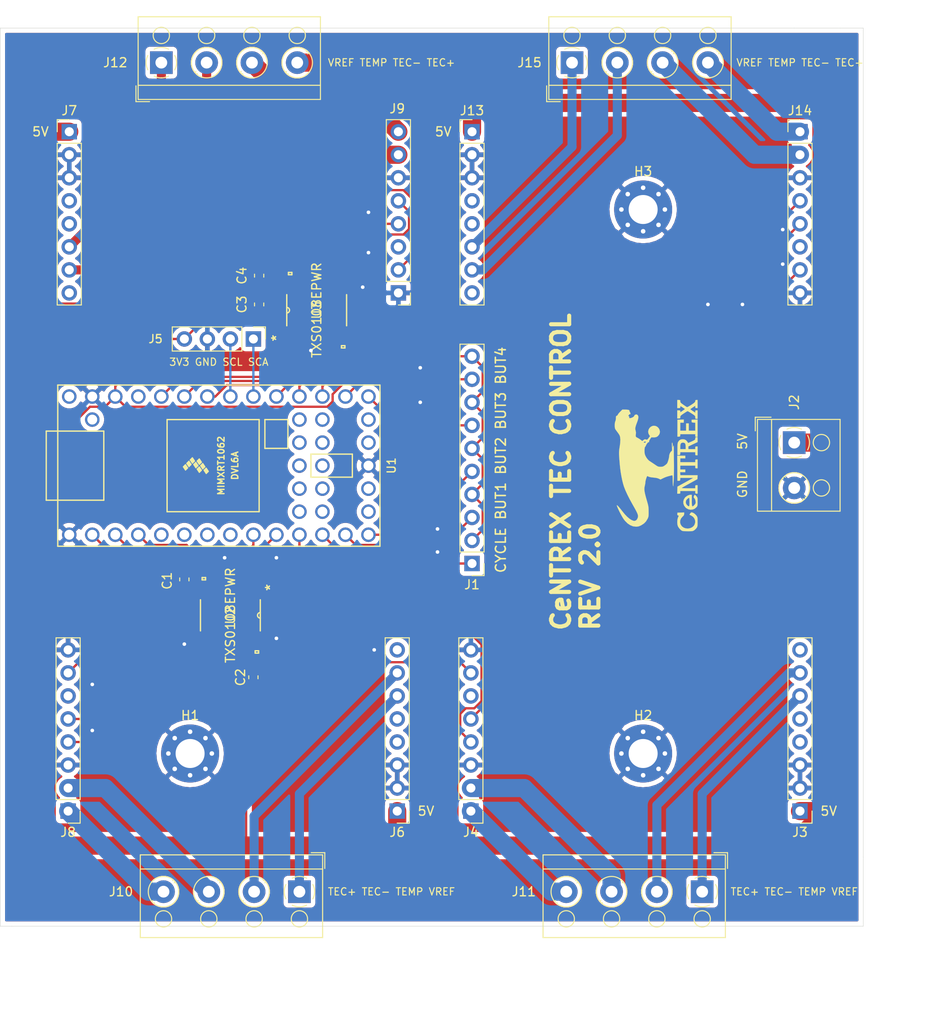
<source format=kicad_pcb>
(kicad_pcb (version 20171130) (host pcbnew "(5.1.5)-3")
  (layers (0 F.Cu signal) (31 B.Cu signal) (34 B.Paste user) (35 F.Paste user) (36 B.SilkS user) (37 F.SilkS user) (38 B.Mask user) (39 F.Mask user) (44 Edge.Cuts user))
  (net 0 "")
  (net 1 +5V)
  (net 2 "Net-(J3-Pad5)")
  (net 3 "Net-(J3-Pad4)")
  (net 4 GNDD)
  (net 5 +3V3)
  (net 6 BUTTON3)
  (net 7 BUTTON2)
  (net 8 BUTTON1)
  (net 9 GNDS2)
  (net 10 TEMP2)
  (net 11 VREF2)
  (net 12 TEC2+)
  (net 13 TEC2-)
  (net 14 TX2)
  (net 15 RX2)
  (net 16 ENABLE2)
  (net 17 SCL_DISPLAY)
  (net 18 SDA_DISPLAY)
  (net 19 GNDS1)
  (net 20 TEMP1)
  (net 21 VREF1)
  (net 22 "Net-(J6-Pad5)")
  (net 23 "Net-(J6-Pad4)")
  (net 24 GNDS3)
  (net 25 TEMP3)
  (net 26 VREF3)
  (net 27 "Net-(J7-Pad5)")
  (net 28 "Net-(J7-Pad4)")
  (net 29 TEC1+)
  (net 30 TEC1-)
  (net 31 TX1)
  (net 32 RX1)
  (net 33 ENABLE1)
  (net 34 TEC3+)
  (net 35 TEC3-)
  (net 36 TX3)
  (net 37 RX3)
  (net 38 ENABLE3)
  (net 39 "Net-(U1-Pad44)")
  (net 40 "Net-(U1-Pad43)")
  (net 41 "Net-(U1-Pad42)")
  (net 42 "Net-(U1-Pad41)")
  (net 43 "Net-(U1-Pad40)")
  (net 44 "Net-(U1-Pad39)")
  (net 45 "Net-(U1-Pad38)")
  (net 46 "Net-(U1-Pad37)")
  (net 47 "Net-(U1-Pad36)")
  (net 48 "Net-(U1-Pad35)")
  (net 49 "Net-(U1-Pad7)")
  (net 50 "Net-(U1-Pad8)")
  (net 51 "Net-(U1-Pad34)")
  (net 52 "Net-(U1-Pad33)")
  (net 53 "Net-(U1-Pad30)")
  (net 54 "Net-(U1-Pad15)")
  (net 55 "Net-(U1-Pad16)")
  (net 56 "Net-(U1-Pad19)")
  (net 57 "Net-(U1-Pad18)")
  (net 58 BUTTON4)
  (net 59 ENABLE2_C)
  (net 60 STATUS2_C)
  (net 61 RX2_C)
  (net 62 TX2_C)
  (net 63 ENABLE1_C)
  (net 64 STATUS1_C)
  (net 65 RX1_C)
  (net 66 TX1_C)
  (net 67 TX3_C)
  (net 68 RX3_C)
  (net 69 STATUS3_C)
  (net 70 ENABLE3_C)
  (net 71 GNDS4)
  (net 72 TEMP4)
  (net 73 VREF4)
  (net 74 "Net-(J13-Pad5)")
  (net 75 "Net-(J13-Pad4)")
  (net 76 ENABLE4_C)
  (net 77 STATUS4_C)
  (net 78 RX4_C)
  (net 79 TX4_C)
  (net 80 TEC4-)
  (net 81 TEC4+)
  (net 82 "Net-(U1-Pad6)")
  (net 83 ENABLE4)
  (net 84 RX4)
  (net 85 TX4)
  (net 86 "Net-(U1-Pad5)")
  (net 87 CYCLINGBUTTON)
  (module MountingHole:MountingHole_3.2mm_M3_Pad_Via (layer F.Cu) (at 185.255 63.19)
    (fp_text reference H3 (at 0 -4.2) (layer F.SilkS))
    (fp_text value MountingHole_Pad)
    (pad 1 thru_hole circle (at 1.697056 -1.697056) (size 0.8 0.8) (drill 0.5) (layers *.Cu *.Mask) (net 4 GNDD))
    (pad 1 thru_hole circle (at 0 -2.4) (size 0.8 0.8) (drill 0.5) (layers *.Cu *.Mask) (net 4 GNDD))
    (pad 1 thru_hole circle (at -1.697056 -1.697056) (size 0.8 0.8) (drill 0.5) (layers *.Cu *.Mask) (net 4 GNDD))
    (pad 1 thru_hole circle (at -2.4 0) (size 0.8 0.8) (drill 0.5) (layers *.Cu *.Mask) (net 4 GNDD))
    (pad 1 thru_hole circle (at -1.697056 1.697056) (size 0.8 0.8) (drill 0.5) (layers *.Cu *.Mask) (net 4 GNDD))
    (pad 1 thru_hole circle (at 0 2.4) (size 0.8 0.8) (drill 0.5) (layers *.Cu *.Mask) (net 4 GNDD))
    (pad 1 thru_hole circle (at 1.697056 1.697056) (size 0.8 0.8) (drill 0.5) (layers *.Cu *.Mask) (net 4 GNDD))
    (pad 1 thru_hole circle (at 2.4 0) (size 0.8 0.8) (drill 0.5) (layers *.Cu *.Mask) (net 4 GNDD))
    (pad 1 thru_hole circle (at 0 0) (size 6.4 6.4) (drill 3.2) (layers *.Cu *.Mask) (net 4 GNDD))
  )
  (module MountingHole:MountingHole_3.2mm_M3_Pad_Via (layer F.Cu) (at 185.255 123.19)
    (fp_text reference H2 (at 0 -4.2) (layer F.SilkS))
    (fp_text value MountingHole_Pad)
    (pad 1 thru_hole circle (at 1.697056 -1.697056) (size 0.8 0.8) (drill 0.5) (layers *.Cu *.Mask) (net 4 GNDD))
    (pad 1 thru_hole circle (at 0 -2.4) (size 0.8 0.8) (drill 0.5) (layers *.Cu *.Mask) (net 4 GNDD))
    (pad 1 thru_hole circle (at -1.697056 -1.697056) (size 0.8 0.8) (drill 0.5) (layers *.Cu *.Mask) (net 4 GNDD))
    (pad 1 thru_hole circle (at -2.4 0) (size 0.8 0.8) (drill 0.5) (layers *.Cu *.Mask) (net 4 GNDD))
    (pad 1 thru_hole circle (at -1.697056 1.697056) (size 0.8 0.8) (drill 0.5) (layers *.Cu *.Mask) (net 4 GNDD))
    (pad 1 thru_hole circle (at 0 2.4) (size 0.8 0.8) (drill 0.5) (layers *.Cu *.Mask) (net 4 GNDD))
    (pad 1 thru_hole circle (at 1.697056 1.697056) (size 0.8 0.8) (drill 0.5) (layers *.Cu *.Mask) (net 4 GNDD))
    (pad 1 thru_hole circle (at 2.4 0) (size 0.8 0.8) (drill 0.5) (layers *.Cu *.Mask) (net 4 GNDD))
    (pad 1 thru_hole circle (at 0 0) (size 6.4 6.4) (drill 3.2) (layers *.Cu *.Mask) (net 4 GNDD))
  )
  (module MountingHole:MountingHole_3.2mm_M3_Pad_Via (layer F.Cu) (at 135.255 123.19)
    (fp_text reference H1 (at 0 -4.2) (layer F.SilkS))
    (fp_text value MountingHole_Pad)
    (pad 1 thru_hole circle (at 1.697056 -1.697056) (size 0.8 0.8) (drill 0.5) (layers *.Cu *.Mask) (net 4 GNDD))
    (pad 1 thru_hole circle (at 0 -2.4) (size 0.8 0.8) (drill 0.5) (layers *.Cu *.Mask) (net 4 GNDD))
    (pad 1 thru_hole circle (at -1.697056 -1.697056) (size 0.8 0.8) (drill 0.5) (layers *.Cu *.Mask) (net 4 GNDD))
    (pad 1 thru_hole circle (at -2.4 0) (size 0.8 0.8) (drill 0.5) (layers *.Cu *.Mask) (net 4 GNDD))
    (pad 1 thru_hole circle (at -1.697056 1.697056) (size 0.8 0.8) (drill 0.5) (layers *.Cu *.Mask) (net 4 GNDD))
    (pad 1 thru_hole circle (at 0 2.4) (size 0.8 0.8) (drill 0.5) (layers *.Cu *.Mask) (net 4 GNDD))
    (pad 1 thru_hole circle (at 1.697056 1.697056) (size 0.8 0.8) (drill 0.5) (layers *.Cu *.Mask) (net 4 GNDD))
    (pad 1 thru_hole circle (at 2.4 0) (size 0.8 0.8) (drill 0.5) (layers *.Cu *.Mask) (net 4 GNDD))
    (pad 1 thru_hole circle (at 0 0) (size 6.4 6.4) (drill 3.2) (layers *.Cu *.Mask) (net 4 GNDD))
  )
  (module Connector_PinHeader_2.54mm:PinHeader_1x10_P2.54mm_Vertical (layer F.Cu) (at 166.37 102.235 180)
    (fp_text reference J1 (at 0 -2.33) (layer F.SilkS))
    (fp_text value Conn_01x10)
    (pad 10 thru_hole oval (at 0 22.86 180) (size 1.7 1.7) (drill 1) (layers *.Cu *.Mask) (net 5 +3V3))
    (pad 9 thru_hole oval (at 0 20.32 180) (size 1.7 1.7) (drill 1) (layers *.Cu *.Mask) (net 58 BUTTON4))
    (pad 8 thru_hole oval (at 0 17.78 180) (size 1.7 1.7) (drill 1) (layers *.Cu *.Mask) (net 5 +3V3))
    (pad 7 thru_hole oval (at 0 15.24 180) (size 1.7 1.7) (drill 1) (layers *.Cu *.Mask) (net 6 BUTTON3))
    (pad 6 thru_hole oval (at 0 12.7 180) (size 1.7 1.7) (drill 1) (layers *.Cu *.Mask) (net 5 +3V3))
    (pad 5 thru_hole oval (at 0 10.16 180) (size 1.7 1.7) (drill 1) (layers *.Cu *.Mask) (net 7 BUTTON2))
    (pad 4 thru_hole oval (at 0 7.62 180) (size 1.7 1.7) (drill 1) (layers *.Cu *.Mask) (net 5 +3V3))
    (pad 3 thru_hole oval (at 0 5.08 180) (size 1.7 1.7) (drill 1) (layers *.Cu *.Mask) (net 8 BUTTON1))
    (pad 2 thru_hole oval (at 0 2.54 180) (size 1.7 1.7) (drill 1) (layers *.Cu *.Mask) (net 5 +3V3))
    (pad 1 thru_hole rect (at 0 0 180) (size 1.7 1.7) (drill 1) (layers *.Cu *.Mask) (net 87 CYCLINGBUTTON))
  )
  (module Capacitor_SMD:C_0603_1608Metric (layer F.Cu) (at 142.875 73.66 270)
    (fp_text reference C3 (at 0 1.905 90) (layer F.SilkS))
    (fp_text value 0.1uF)
    (pad 2 smd roundrect (at 0.7875 0 270) (size 0.875 0.95) (layers F.Cu F.Paste F.Mask) (net 5 +3V3))
    (pad 1 smd roundrect (at -0.7875 0 270) (size 0.875 0.95) (layers F.Cu F.Paste F.Mask) (net 4 GNDD))
  )
  (module footprints:TXS0108EPWR (layer F.Cu) (at 139.7 107.95 270)
    (fp_text reference U2 (at 0 0 90) (layer F.SilkS))
    (fp_text value TXS0108EPWR (at 0 0 90) (layer F.SilkS))
    (fp_text user * (at -3.0734 -4.423601 90) (layer F.SilkS))
    (fp_text user * (at -3.0734 -4.423601 90) (layer F.SilkS))
    (pad 20 smd rect (at 2.8194 -2.924998 270) (size 1.6764 0.3556) (layers F.Cu F.Paste F.Mask) (net 59 ENABLE2_C))
    (pad 19 smd rect (at 2.8194 -2.274999 270) (size 1.6764 0.3556) (layers F.Cu F.Paste F.Mask) (net 1 +5V))
    (pad 18 smd rect (at 2.8194 -1.624998 270) (size 1.6764 0.3556) (layers F.Cu F.Paste F.Mask) (net 62 TX2_C))
    (pad 17 smd rect (at 2.8194 -0.974999 270) (size 1.6764 0.3556) (layers F.Cu F.Paste F.Mask) (net 61 RX2_C))
    (pad 16 smd rect (at 2.8194 -0.324998 270) (size 1.6764 0.3556) (layers F.Cu F.Paste F.Mask) (net 4 GNDD))
    (pad 15 smd rect (at 2.8194 0.325001 270) (size 1.6764 0.3556) (layers F.Cu F.Paste F.Mask) (net 4 GNDD))
    (pad 14 smd rect (at 2.8194 0.975002 270) (size 1.6764 0.3556) (layers F.Cu F.Paste F.Mask) (net 63 ENABLE1_C))
    (pad 13 smd rect (at 2.8194 1.625001 270) (size 1.6764 0.3556) (layers F.Cu F.Paste F.Mask) (net 66 TX1_C))
    (pad 12 smd rect (at 2.8194 2.275002 270) (size 1.6764 0.3556) (layers F.Cu F.Paste F.Mask) (net 65 RX1_C))
    (pad 11 smd rect (at 2.8194 2.925 270) (size 1.6764 0.3556) (layers F.Cu F.Paste F.Mask) (net 4 GNDD))
    (pad 10 smd rect (at -2.8194 2.924998 270) (size 1.6764 0.3556) (layers F.Cu F.Paste F.Mask) (net 5 +3V3))
    (pad 9 smd rect (at -2.8194 2.274999 270) (size 1.6764 0.3556) (layers F.Cu F.Paste F.Mask) (net 32 RX1))
    (pad 8 smd rect (at -2.8194 1.624998 270) (size 1.6764 0.3556) (layers F.Cu F.Paste F.Mask) (net 31 TX1))
    (pad 7 smd rect (at -2.8194 0.974999 270) (size 1.6764 0.3556) (layers F.Cu F.Paste F.Mask) (net 33 ENABLE1))
    (pad 6 smd rect (at -2.8194 0.324998 270) (size 1.6764 0.3556) (layers F.Cu F.Paste F.Mask) (net 4 GNDD))
    (pad 5 smd rect (at -2.8194 -0.325001 270) (size 1.6764 0.3556) (layers F.Cu F.Paste F.Mask) (net 4 GNDD))
    (pad 4 smd rect (at -2.8194 -0.974999 270) (size 1.6764 0.3556) (layers F.Cu F.Paste F.Mask) (net 15 RX2))
    (pad 3 smd rect (at -2.8194 -1.625001 270) (size 1.6764 0.3556) (layers F.Cu F.Paste F.Mask) (net 14 TX2))
    (pad 2 smd rect (at -2.8194 -2.274999 270) (size 1.6764 0.3556) (layers F.Cu F.Paste F.Mask) (net 5 +3V3))
    (pad 1 smd rect (at -2.8194 -2.925 270) (size 1.6764 0.3556) (layers F.Cu F.Paste F.Mask) (net 16 ENABLE2))
  )
  (module footprints:TXS0108EPWR (layer F.Cu) (at 149.225 74.295 90)
    (fp_text reference U3 (at 0 0 90) (layer F.SilkS))
    (fp_text value TXS0108EPWR (at 0 0 90) (layer F.SilkS))
    (fp_text user * (at -3.0734 -4.423601 90) (layer F.SilkS))
    (fp_text user * (at -3.0734 -4.423601 90) (layer F.SilkS))
    (pad 20 smd rect (at 2.8194 -2.924998 90) (size 1.6764 0.3556) (layers F.Cu F.Paste F.Mask) (net 70 ENABLE3_C))
    (pad 19 smd rect (at 2.8194 -2.274999 90) (size 1.6764 0.3556) (layers F.Cu F.Paste F.Mask) (net 1 +5V))
    (pad 18 smd rect (at 2.8194 -1.624998 90) (size 1.6764 0.3556) (layers F.Cu F.Paste F.Mask) (net 68 RX3_C))
    (pad 17 smd rect (at 2.8194 -0.974999 90) (size 1.6764 0.3556) (layers F.Cu F.Paste F.Mask) (net 67 TX3_C))
    (pad 16 smd rect (at 2.8194 -0.324998 90) (size 1.6764 0.3556) (layers F.Cu F.Paste F.Mask) (net 4 GNDD))
    (pad 15 smd rect (at 2.8194 0.325001 90) (size 1.6764 0.3556) (layers F.Cu F.Paste F.Mask) (net 4 GNDD))
    (pad 14 smd rect (at 2.8194 0.975002 90) (size 1.6764 0.3556) (layers F.Cu F.Paste F.Mask) (net 79 TX4_C))
    (pad 13 smd rect (at 2.8194 1.625001 90) (size 1.6764 0.3556) (layers F.Cu F.Paste F.Mask) (net 78 RX4_C))
    (pad 12 smd rect (at 2.8194 2.275002 90) (size 1.6764 0.3556) (layers F.Cu F.Paste F.Mask) (net 76 ENABLE4_C))
    (pad 11 smd rect (at 2.8194 2.925 90) (size 1.6764 0.3556) (layers F.Cu F.Paste F.Mask) (net 4 GNDD))
    (pad 10 smd rect (at -2.8194 2.924998 90) (size 1.6764 0.3556) (layers F.Cu F.Paste F.Mask) (net 5 +3V3))
    (pad 9 smd rect (at -2.8194 2.274999 90) (size 1.6764 0.3556) (layers F.Cu F.Paste F.Mask) (net 83 ENABLE4))
    (pad 8 smd rect (at -2.8194 1.624998 90) (size 1.6764 0.3556) (layers F.Cu F.Paste F.Mask) (net 84 RX4))
    (pad 7 smd rect (at -2.8194 0.974999 90) (size 1.6764 0.3556) (layers F.Cu F.Paste F.Mask) (net 85 TX4))
    (pad 6 smd rect (at -2.8194 0.324998 90) (size 1.6764 0.3556) (layers F.Cu F.Paste F.Mask) (net 4 GNDD))
    (pad 5 smd rect (at -2.8194 -0.325001 90) (size 1.6764 0.3556) (layers F.Cu F.Paste F.Mask) (net 4 GNDD))
    (pad 4 smd rect (at -2.8194 -0.974999 90) (size 1.6764 0.3556) (layers F.Cu F.Paste F.Mask) (net 36 TX3))
    (pad 3 smd rect (at -2.8194 -1.625001 90) (size 1.6764 0.3556) (layers F.Cu F.Paste F.Mask) (net 37 RX3))
    (pad 2 smd rect (at -2.8194 -2.274999 90) (size 1.6764 0.3556) (layers F.Cu F.Paste F.Mask) (net 5 +3V3))
    (pad 1 smd rect (at -2.8194 -2.925 90) (size 1.6764 0.3556) (layers F.Cu F.Paste F.Mask) (net 38 ENABLE3))
  )
  (module TerminalBlock_RND:TerminalBlock_RND_205-00003_1x04_P5.00mm_Horizontal (layer F.Cu) (at 177.405 46.99)
    (fp_text reference J15 (at -4.685 0) (layer F.SilkS))
    (fp_text value Conn_01x04)
    (pad 4 thru_hole circle (at 15 0) (size 2.5 2.5) (drill 1.3) (layers *.Cu *.Mask) (net 81 TEC4+))
    (pad 3 thru_hole circle (at 10 0) (size 2.5 2.5) (drill 1.3) (layers *.Cu *.Mask) (net 80 TEC4-))
    (pad 2 thru_hole circle (at 5 0) (size 2.5 2.5) (drill 1.3) (layers *.Cu *.Mask) (net 72 TEMP4))
    (pad 1 thru_hole rect (at 0 0) (size 2.5 2.5) (drill 1.3) (layers *.Cu *.Mask) (net 73 VREF4))
  )
  (module Connector_PinHeader_2.54mm:PinHeader_1x08_P2.54mm_Vertical (layer F.Cu) (at 202.565 54.61)
    (fp_text reference J14 (at 0 -2.33) (layer F.SilkS))
    (fp_text value Conn_01x08)
    (pad 8 thru_hole oval (at 0 17.78) (size 1.7 1.7) (drill 1) (layers *.Cu *.Mask) (net 4 GNDD))
    (pad 7 thru_hole oval (at 0 15.24) (size 1.7 1.7) (drill 1) (layers *.Cu *.Mask) (net 76 ENABLE4_C))
    (pad 6 thru_hole oval (at 0 12.7) (size 1.7 1.7) (drill 1) (layers *.Cu *.Mask) (net 77 STATUS4_C))
    (pad 5 thru_hole oval (at 0 10.16) (size 1.7 1.7) (drill 1) (layers *.Cu *.Mask) (net 78 RX4_C))
    (pad 4 thru_hole oval (at 0 7.62) (size 1.7 1.7) (drill 1) (layers *.Cu *.Mask) (net 79 TX4_C))
    (pad 3 thru_hole oval (at 0 5.08) (size 1.7 1.7) (drill 1) (layers *.Cu *.Mask) (net 4 GNDD))
    (pad 2 thru_hole oval (at 0 2.54) (size 1.7 1.7) (drill 1) (layers *.Cu *.Mask) (net 80 TEC4-))
    (pad 1 thru_hole rect (at 0 0) (size 1.7 1.7) (drill 1) (layers *.Cu *.Mask) (net 81 TEC4+))
  )
  (module Connector_PinHeader_2.54mm:PinHeader_1x08_P2.54mm_Vertical (layer F.Cu) (at 166.37 54.61)
    (fp_text reference J13 (at 0 -2.33) (layer F.SilkS))
    (fp_text value Conn_01x08)
    (pad 8 thru_hole oval (at 0 17.78) (size 1.7 1.7) (drill 1) (layers *.Cu *.Mask) (net 71 GNDS4))
    (pad 7 thru_hole oval (at 0 15.24) (size 1.7 1.7) (drill 1) (layers *.Cu *.Mask) (net 72 TEMP4))
    (pad 6 thru_hole oval (at 0 12.7) (size 1.7 1.7) (drill 1) (layers *.Cu *.Mask) (net 73 VREF4))
    (pad 5 thru_hole oval (at 0 10.16) (size 1.7 1.7) (drill 1) (layers *.Cu *.Mask) (net 74 "Net-(J13-Pad5)"))
    (pad 4 thru_hole oval (at 0 7.62) (size 1.7 1.7) (drill 1) (layers *.Cu *.Mask) (net 75 "Net-(J13-Pad4)"))
    (pad 3 thru_hole oval (at 0 5.08) (size 1.7 1.7) (drill 1) (layers *.Cu *.Mask) (net 4 GNDD))
    (pad 2 thru_hole oval (at 0 2.54) (size 1.7 1.7) (drill 1) (layers *.Cu *.Mask) (net 4 GNDD))
    (pad 1 thru_hole rect (at 0 0) (size 1.7 1.7) (drill 1) (layers *.Cu *.Mask) (net 1 +5V))
  )
  (module Capacitor_SMD:C_0603_1608Metric (layer F.Cu) (at 142.875 70.485 90)
    (fp_text reference C4 (at 0 -1.905 90) (layer F.SilkS))
    (fp_text value 0.1uF)
    (pad 2 smd roundrect (at 0.7875 0 90) (size 0.875 0.95) (layers F.Cu F.Paste F.Mask) (net 1 +5V))
    (pad 1 smd roundrect (at -0.7875 0 90) (size 0.875 0.95) (layers F.Cu F.Paste F.Mask) (net 4 GNDD))
  )
  (module Capacitor_SMD:C_0603_1608Metric (layer F.Cu) (at 142.24 114.7825 90)
    (fp_text reference C2 (at 0 -1.43 90) (layer F.SilkS))
    (fp_text value 0.1uF)
    (pad 2 smd roundrect (at 0.7875 0 90) (size 0.875 0.95) (layers F.Cu F.Paste F.Mask) (net 1 +5V))
    (pad 1 smd roundrect (at -0.7875 0 90) (size 0.875 0.95) (layers F.Cu F.Paste F.Mask) (net 4 GNDD))
  )
  (module Capacitor_SMD:C_0603_1608Metric (layer F.Cu) (at 134.62 103.9875 270)
    (fp_text reference C1 (at 0.1525 1.905 90) (layer F.SilkS))
    (fp_text value 0.1uF)
    (pad 2 smd roundrect (at 0.7875 0 270) (size 0.875 0.95) (layers F.Cu F.Paste F.Mask) (net 5 +3V3))
    (pad 1 smd roundrect (at -0.7875 0 270) (size 0.875 0.95) (layers F.Cu F.Paste F.Mask) (net 4 GNDD))
  )
  (module "footprints:CeNTREX logo" (layer F.Cu) (at 186.69 91.44 90)
    (fp_text reference " " hide)
    (fp_text value " " hide)
  )
  (module TerminalBlock_RND:TerminalBlock_RND_205-00003_1x04_P5.00mm_Horizontal (layer F.Cu) (at 132.08 46.99)
    (fp_text reference J12 (at -5.08 0) (layer F.SilkS))
    (fp_text value Conn_01x04)
    (pad 4 thru_hole circle (at 15 0) (size 2.5 2.5) (drill 1.3) (layers *.Cu *.Mask) (net 34 TEC3+))
    (pad 3 thru_hole circle (at 10 0) (size 2.5 2.5) (drill 1.3) (layers *.Cu *.Mask) (net 35 TEC3-))
    (pad 2 thru_hole circle (at 5 0) (size 2.5 2.5) (drill 1.3) (layers *.Cu *.Mask) (net 25 TEMP3))
    (pad 1 thru_hole rect (at 0 0) (size 2.5 2.5) (drill 1.3) (layers *.Cu *.Mask) (net 26 VREF3))
  )
  (module TerminalBlock_RND:TerminalBlock_RND_205-00003_1x04_P5.00mm_Horizontal (layer F.Cu) (at 191.77 138.43 180)
    (fp_text reference J11 (at 19.685 0) (layer F.SilkS))
    (fp_text value Conn_01x04)
    (pad 4 thru_hole circle (at 15 0 180) (size 2.5 2.5) (drill 1.3) (layers *.Cu *.Mask) (net 12 TEC2+))
    (pad 3 thru_hole circle (at 10 0 180) (size 2.5 2.5) (drill 1.3) (layers *.Cu *.Mask) (net 13 TEC2-))
    (pad 2 thru_hole circle (at 5 0 180) (size 2.5 2.5) (drill 1.3) (layers *.Cu *.Mask) (net 10 TEMP2))
    (pad 1 thru_hole rect (at 0 0 180) (size 2.5 2.5) (drill 1.3) (layers *.Cu *.Mask) (net 11 VREF2))
  )
  (module TerminalBlock_RND:TerminalBlock_RND_205-00003_1x04_P5.00mm_Horizontal (layer F.Cu) (at 147.32 138.43 180)
    (fp_text reference J10 (at 19.685 0) (layer F.SilkS))
    (fp_text value Conn_01x04)
    (pad 4 thru_hole circle (at 15 0 180) (size 2.5 2.5) (drill 1.3) (layers *.Cu *.Mask) (net 29 TEC1+))
    (pad 3 thru_hole circle (at 10 0 180) (size 2.5 2.5) (drill 1.3) (layers *.Cu *.Mask) (net 30 TEC1-))
    (pad 2 thru_hole circle (at 5 0 180) (size 2.5 2.5) (drill 1.3) (layers *.Cu *.Mask) (net 20 TEMP1))
    (pad 1 thru_hole rect (at 0 0 180) (size 2.5 2.5) (drill 1.3) (layers *.Cu *.Mask) (net 21 VREF1))
  )
  (module TerminalBlock_RND:TerminalBlock_RND_205-00001_1x02_P5.00mm_Horizontal (layer F.Cu) (at 201.93 88.9 270)
    (fp_text reference J2 (at -4.445 0 90) (layer F.SilkS))
    (fp_text value Conn_01x02)
    (pad 2 thru_hole circle (at 5 0 270) (size 2.5 2.5) (drill 1.3) (layers *.Cu *.Mask) (net 4 GNDD))
    (pad 1 thru_hole rect (at 0 0 270) (size 2.5 2.5) (drill 1.3) (layers *.Cu *.Mask) (net 1 +5V))
  )
  (module footprints:Teensy40 (layer F.Cu) (at 138.43 91.44)
    (fp_text reference U1 (at 19.05 0 90) (layer F.SilkS) (effects (font (size 0.9 0.9))))
    (fp_text value Teensy4.0)
    (fp_text user DVL6A (at 1.778 0 90) (layer F.SilkS) (effects (font (size 0.7 0.7))))
    (fp_text user MIMXRT1062 (at 0.254 0 90) (layer F.SilkS) (effects (font (size 0.7 0.7))))
    (pad 44 thru_hole circle (at 8.89 5.08) (size 1.6 1.6) (drill 1.1) (layers *.Cu *.Mask) (net 39 "Net-(U1-Pad44)"))
    (pad 43 thru_hole circle (at 11.43 5.08) (size 1.6 1.6) (drill 1.1) (layers *.Cu *.Mask) (net 40 "Net-(U1-Pad43)"))
    (pad 42 thru_hole circle (at 8.89 2.54) (size 1.6 1.6) (drill 1.1) (layers *.Cu *.Mask) (net 41 "Net-(U1-Pad42)"))
    (pad 41 thru_hole circle (at 11.43 2.54) (size 1.6 1.6) (drill 1.1) (layers *.Cu *.Mask) (net 42 "Net-(U1-Pad41)"))
    (pad 40 thru_hole circle (at 8.89 0) (size 1.6 1.6) (drill 1.1) (layers *.Cu *.Mask) (net 43 "Net-(U1-Pad40)"))
    (pad 39 thru_hole circle (at 11.43 0) (size 1.6 1.6) (drill 1.1) (layers *.Cu *.Mask) (net 44 "Net-(U1-Pad39)"))
    (pad 38 thru_hole circle (at 8.89 -2.54) (size 1.6 1.6) (drill 1.1) (layers *.Cu *.Mask) (net 45 "Net-(U1-Pad38)"))
    (pad 37 thru_hole circle (at 11.43 -2.54) (size 1.6 1.6) (drill 1.1) (layers *.Cu *.Mask) (net 46 "Net-(U1-Pad37)"))
    (pad 36 thru_hole circle (at 8.89 -5.08) (size 1.6 1.6) (drill 1.1) (layers *.Cu *.Mask) (net 47 "Net-(U1-Pad36)"))
    (pad 35 thru_hole circle (at 11.43 -5.08) (size 1.6 1.6) (drill 1.1) (layers *.Cu *.Mask) (net 48 "Net-(U1-Pad35)"))
    (pad 1 thru_hole circle (at -16.51 7.62) (size 1.6 1.6) (drill 1.1) (layers *.Cu *.Mask) (net 4 GNDD))
    (pad 2 thru_hole circle (at -13.97 7.62) (size 1.6 1.6) (drill 1.1) (layers *.Cu *.Mask) (net 32 RX1))
    (pad 3 thru_hole circle (at -11.43 7.62) (size 1.6 1.6) (drill 1.1) (layers *.Cu *.Mask) (net 31 TX1))
    (pad 4 thru_hole circle (at -8.89 7.62) (size 1.6 1.6) (drill 1.1) (layers *.Cu *.Mask) (net 33 ENABLE1))
    (pad 5 thru_hole circle (at -6.35 7.62) (size 1.6 1.6) (drill 1.1) (layers *.Cu *.Mask) (net 86 "Net-(U1-Pad5)"))
    (pad 6 thru_hole circle (at -3.81 7.62) (size 1.6 1.6) (drill 1.1) (layers *.Cu *.Mask) (net 82 "Net-(U1-Pad6)"))
    (pad 7 thru_hole circle (at -1.27 7.62) (size 1.6 1.6) (drill 1.1) (layers *.Cu *.Mask) (net 49 "Net-(U1-Pad7)"))
    (pad 8 thru_hole circle (at 1.27 7.62) (size 1.6 1.6) (drill 1.1) (layers *.Cu *.Mask) (net 50 "Net-(U1-Pad8)"))
    (pad 9 thru_hole circle (at 3.81 7.62) (size 1.6 1.6) (drill 1.1) (layers *.Cu *.Mask) (net 15 RX2))
    (pad 10 thru_hole circle (at 6.35 7.62) (size 1.6 1.6) (drill 1.1) (layers *.Cu *.Mask) (net 14 TX2))
    (pad 11 thru_hole circle (at 8.89 7.62) (size 1.6 1.6) (drill 1.1) (layers *.Cu *.Mask) (net 16 ENABLE2))
    (pad 12 thru_hole circle (at 11.43 7.62) (size 1.6 1.6) (drill 1.1) (layers *.Cu *.Mask) (net 87 CYCLINGBUTTON))
    (pad 13 thru_hole circle (at 13.97 7.62) (size 1.6 1.6) (drill 1.1) (layers *.Cu *.Mask) (net 8 BUTTON1))
    (pad 34 thru_hole circle (at -13.97 -5.08) (size 1.6 1.6) (drill 1.1) (layers *.Cu *.Mask) (net 51 "Net-(U1-Pad34)"))
    (pad 33 thru_hole circle (at -16.51 -7.62) (size 1.6 1.6) (drill 1.1) (layers *.Cu *.Mask) (net 52 "Net-(U1-Pad33)"))
    (pad 32 thru_hole circle (at -13.97 -7.62) (size 1.6 1.6) (drill 1.1) (layers *.Cu *.Mask) (net 4 GNDD))
    (pad 31 thru_hole circle (at -11.43 -7.62) (size 1.6 1.6) (drill 1.1) (layers *.Cu *.Mask) (net 5 +3V3))
    (pad 30 thru_hole circle (at -8.89 -7.62) (size 1.6 1.6) (drill 1.1) (layers *.Cu *.Mask) (net 53 "Net-(U1-Pad30)"))
    (pad 29 thru_hole circle (at -6.35 -7.62) (size 1.6 1.6) (drill 1.1) (layers *.Cu *.Mask) (net 38 ENABLE3))
    (pad 28 thru_hole circle (at -3.81 -7.62) (size 1.6 1.6) (drill 1.1) (layers *.Cu *.Mask) (net 37 RX3))
    (pad 27 thru_hole circle (at -1.27 -7.62) (size 1.6 1.6) (drill 1.1) (layers *.Cu *.Mask) (net 36 TX3))
    (pad 26 thru_hole circle (at 1.27 -7.62) (size 1.6 1.6) (drill 1.1) (layers *.Cu *.Mask) (net 17 SCL_DISPLAY))
    (pad 25 thru_hole circle (at 3.81 -7.62) (size 1.6 1.6) (drill 1.1) (layers *.Cu *.Mask) (net 18 SDA_DISPLAY))
    (pad 24 thru_hole circle (at 6.35 -7.62) (size 1.6 1.6) (drill 1.1) (layers *.Cu *.Mask) (net 85 TX4))
    (pad 23 thru_hole circle (at 8.89 -7.62) (size 1.6 1.6) (drill 1.1) (layers *.Cu *.Mask) (net 84 RX4))
    (pad 22 thru_hole circle (at 11.43 -7.62) (size 1.6 1.6) (drill 1.1) (layers *.Cu *.Mask) (net 83 ENABLE4))
    (pad 21 thru_hole circle (at 13.97 -7.62) (size 1.6 1.6) (drill 1.1) (layers *.Cu *.Mask) (net 58 BUTTON4))
    (pad 14 thru_hole circle (at 16.51 7.62) (size 1.6 1.6) (drill 1.1) (layers *.Cu *.Mask) (net 7 BUTTON2))
    (pad 15 thru_hole circle (at 16.51 5.08) (size 1.6 1.6) (drill 1.1) (layers *.Cu *.Mask) (net 54 "Net-(U1-Pad15)"))
    (pad 16 thru_hole circle (at 16.51 2.54) (size 1.6 1.6) (drill 1.1) (layers *.Cu *.Mask) (net 55 "Net-(U1-Pad16)"))
    (pad 20 thru_hole circle (at 16.51 -7.62) (size 1.6 1.6) (drill 1.1) (layers *.Cu *.Mask) (net 6 BUTTON3))
    (pad 19 thru_hole circle (at 16.51 -5.08) (size 1.6 1.6) (drill 1.1) (layers *.Cu *.Mask) (net 56 "Net-(U1-Pad19)"))
    (pad 18 thru_hole circle (at 16.51 -2.54) (size 1.6 1.6) (drill 1.1) (layers *.Cu *.Mask) (net 57 "Net-(U1-Pad18)"))
    (pad 17 thru_hole circle (at 16.51 0) (size 1.6 1.6) (drill 1.1) (layers *.Cu *.Mask) (net 4 GNDD))
  )
  (module Connector_PinHeader_2.54mm:PinHeader_1x08_P2.54mm_Vertical (layer F.Cu) (at 158.242 72.39 180)
    (fp_text reference J9 (at 0.127 20.32) (layer F.SilkS))
    (fp_text value Conn_01x08)
    (pad 8 thru_hole oval (at 0 17.78 180) (size 1.7 1.7) (drill 1) (layers *.Cu *.Mask) (net 34 TEC3+))
    (pad 7 thru_hole oval (at 0 15.24 180) (size 1.7 1.7) (drill 1) (layers *.Cu *.Mask) (net 35 TEC3-))
    (pad 6 thru_hole oval (at 0 12.7 180) (size 1.7 1.7) (drill 1) (layers *.Cu *.Mask) (net 4 GNDD))
    (pad 5 thru_hole oval (at 0 10.16 180) (size 1.7 1.7) (drill 1) (layers *.Cu *.Mask) (net 67 TX3_C))
    (pad 4 thru_hole oval (at 0 7.62 180) (size 1.7 1.7) (drill 1) (layers *.Cu *.Mask) (net 68 RX3_C))
    (pad 3 thru_hole oval (at 0 5.08 180) (size 1.7 1.7) (drill 1) (layers *.Cu *.Mask) (net 69 STATUS3_C))
    (pad 2 thru_hole oval (at 0 2.54 180) (size 1.7 1.7) (drill 1) (layers *.Cu *.Mask) (net 70 ENABLE3_C))
    (pad 1 thru_hole rect (at 0 0 180) (size 1.7 1.7) (drill 1) (layers *.Cu *.Mask) (net 4 GNDD))
  )
  (module Connector_PinHeader_2.54mm:PinHeader_1x08_P2.54mm_Vertical (layer F.Cu) (at 121.793 129.54 180)
    (fp_text reference J8 (at 0 -2.33) (layer F.SilkS))
    (fp_text value Conn_01x08)
    (pad 8 thru_hole oval (at 0 17.78 180) (size 1.7 1.7) (drill 1) (layers *.Cu *.Mask) (net 4 GNDD))
    (pad 7 thru_hole oval (at 0 15.24 180) (size 1.7 1.7) (drill 1) (layers *.Cu *.Mask) (net 63 ENABLE1_C))
    (pad 6 thru_hole oval (at 0 12.7 180) (size 1.7 1.7) (drill 1) (layers *.Cu *.Mask) (net 64 STATUS1_C))
    (pad 5 thru_hole oval (at 0 10.16 180) (size 1.7 1.7) (drill 1) (layers *.Cu *.Mask) (net 65 RX1_C))
    (pad 4 thru_hole oval (at 0 7.62 180) (size 1.7 1.7) (drill 1) (layers *.Cu *.Mask) (net 66 TX1_C))
    (pad 3 thru_hole oval (at 0 5.08 180) (size 1.7 1.7) (drill 1) (layers *.Cu *.Mask) (net 4 GNDD))
    (pad 2 thru_hole oval (at 0 2.54 180) (size 1.7 1.7) (drill 1) (layers *.Cu *.Mask) (net 30 TEC1-))
    (pad 1 thru_hole rect (at 0 0 180) (size 1.7 1.7) (drill 1) (layers *.Cu *.Mask) (net 29 TEC1+))
  )
  (module Connector_PinHeader_2.54mm:PinHeader_1x08_P2.54mm_Vertical (layer F.Cu) (at 121.92 54.61)
    (fp_text reference J7 (at 0 -2.33) (layer F.SilkS))
    (fp_text value Conn_01x08)
    (pad 8 thru_hole oval (at 0 17.78) (size 1.7 1.7) (drill 1) (layers *.Cu *.Mask) (net 24 GNDS3))
    (pad 7 thru_hole oval (at 0 15.24) (size 1.7 1.7) (drill 1) (layers *.Cu *.Mask) (net 25 TEMP3))
    (pad 6 thru_hole oval (at 0 12.7) (size 1.7 1.7) (drill 1) (layers *.Cu *.Mask) (net 26 VREF3))
    (pad 5 thru_hole oval (at 0 10.16) (size 1.7 1.7) (drill 1) (layers *.Cu *.Mask) (net 27 "Net-(J7-Pad5)"))
    (pad 4 thru_hole oval (at 0 7.62) (size 1.7 1.7) (drill 1) (layers *.Cu *.Mask) (net 28 "Net-(J7-Pad4)"))
    (pad 3 thru_hole oval (at 0 5.08) (size 1.7 1.7) (drill 1) (layers *.Cu *.Mask) (net 4 GNDD))
    (pad 2 thru_hole oval (at 0 2.54) (size 1.7 1.7) (drill 1) (layers *.Cu *.Mask) (net 4 GNDD))
    (pad 1 thru_hole rect (at 0 0) (size 1.7 1.7) (drill 1) (layers *.Cu *.Mask) (net 1 +5V))
  )
  (module Connector_PinHeader_2.54mm:PinHeader_1x08_P2.54mm_Vertical (layer F.Cu) (at 158.115 129.54 180)
    (fp_text reference J6 (at 0 -2.33) (layer F.SilkS))
    (fp_text value Conn_01x08)
    (pad 8 thru_hole oval (at 0 17.78 180) (size 1.7 1.7) (drill 1) (layers *.Cu *.Mask) (net 19 GNDS1))
    (pad 7 thru_hole oval (at 0 15.24 180) (size 1.7 1.7) (drill 1) (layers *.Cu *.Mask) (net 20 TEMP1))
    (pad 6 thru_hole oval (at 0 12.7 180) (size 1.7 1.7) (drill 1) (layers *.Cu *.Mask) (net 21 VREF1))
    (pad 5 thru_hole oval (at 0 10.16 180) (size 1.7 1.7) (drill 1) (layers *.Cu *.Mask) (net 22 "Net-(J6-Pad5)"))
    (pad 4 thru_hole oval (at 0 7.62 180) (size 1.7 1.7) (drill 1) (layers *.Cu *.Mask) (net 23 "Net-(J6-Pad4)"))
    (pad 3 thru_hole oval (at 0 5.08 180) (size 1.7 1.7) (drill 1) (layers *.Cu *.Mask) (net 4 GNDD))
    (pad 2 thru_hole oval (at 0 2.54 180) (size 1.7 1.7) (drill 1) (layers *.Cu *.Mask) (net 4 GNDD))
    (pad 1 thru_hole rect (at 0 0 180) (size 1.7 1.7) (drill 1) (layers *.Cu *.Mask) (net 1 +5V))
  )
  (module Connector_PinHeader_2.54mm:PinHeader_1x04_P2.54mm_Vertical (layer F.Cu) (at 142.24 77.47 270)
    (fp_text reference J5 (at 0 10.795 180) (layer F.SilkS) (effects (font (size 0.9 0.9))))
    (fp_text value Conn_01x04)
    (pad 4 thru_hole oval (at 0 7.62 270) (size 1.7 1.7) (drill 1) (layers *.Cu *.Mask) (net 5 +3V3))
    (pad 3 thru_hole oval (at 0 5.08 270) (size 1.7 1.7) (drill 1) (layers *.Cu *.Mask) (net 4 GNDD))
    (pad 2 thru_hole oval (at 0 2.54 270) (size 1.7 1.7) (drill 1) (layers *.Cu *.Mask) (net 17 SCL_DISPLAY))
    (pad 1 thru_hole rect (at 0 0 270) (size 1.7 1.7) (drill 1) (layers *.Cu *.Mask) (net 18 SDA_DISPLAY))
  )
  (module Connector_PinHeader_2.54mm:PinHeader_1x08_P2.54mm_Vertical (layer F.Cu) (at 166.243 129.54 180)
    (fp_text reference J4 (at 0 -2.33) (layer F.SilkS))
    (fp_text value Conn_01x08)
    (pad 8 thru_hole oval (at 0 17.78 180) (size 1.7 1.7) (drill 1) (layers *.Cu *.Mask) (net 4 GNDD))
    (pad 7 thru_hole oval (at 0 15.24 180) (size 1.7 1.7) (drill 1) (layers *.Cu *.Mask) (net 59 ENABLE2_C))
    (pad 6 thru_hole oval (at 0 12.7 180) (size 1.7 1.7) (drill 1) (layers *.Cu *.Mask) (net 60 STATUS2_C))
    (pad 5 thru_hole oval (at 0 10.16 180) (size 1.7 1.7) (drill 1) (layers *.Cu *.Mask) (net 61 RX2_C))
    (pad 4 thru_hole oval (at 0 7.62 180) (size 1.7 1.7) (drill 1) (layers *.Cu *.Mask) (net 62 TX2_C))
    (pad 3 thru_hole oval (at 0 5.08 180) (size 1.7 1.7) (drill 1) (layers *.Cu *.Mask) (net 4 GNDD))
    (pad 2 thru_hole oval (at 0 2.54 180) (size 1.7 1.7) (drill 1) (layers *.Cu *.Mask) (net 13 TEC2-))
    (pad 1 thru_hole rect (at 0 0 180) (size 1.7 1.7) (drill 1) (layers *.Cu *.Mask) (net 12 TEC2+))
  )
  (module Connector_PinHeader_2.54mm:PinHeader_1x08_P2.54mm_Vertical (layer F.Cu) (at 202.565 129.54 180)
    (fp_text reference J3 (at 0 -2.33) (layer F.SilkS))
    (fp_text value Conn_01x08)
    (pad 8 thru_hole oval (at 0 17.78 180) (size 1.7 1.7) (drill 1) (layers *.Cu *.Mask) (net 9 GNDS2))
    (pad 7 thru_hole oval (at 0 15.24 180) (size 1.7 1.7) (drill 1) (layers *.Cu *.Mask) (net 10 TEMP2))
    (pad 6 thru_hole oval (at 0 12.7 180) (size 1.7 1.7) (drill 1) (layers *.Cu *.Mask) (net 11 VREF2))
    (pad 5 thru_hole oval (at 0 10.16 180) (size 1.7 1.7) (drill 1) (layers *.Cu *.Mask) (net 2 "Net-(J3-Pad5)"))
    (pad 4 thru_hole oval (at 0 7.62 180) (size 1.7 1.7) (drill 1) (layers *.Cu *.Mask) (net 3 "Net-(J3-Pad4)"))
    (pad 3 thru_hole oval (at 0 5.08 180) (size 1.7 1.7) (drill 1) (layers *.Cu *.Mask) (net 4 GNDD))
    (pad 2 thru_hole oval (at 0 2.54 180) (size 1.7 1.7) (drill 1) (layers *.Cu *.Mask) (net 4 GNDD))
    (pad 1 thru_hole rect (at 0 0 180) (size 1.7 1.7) (drill 1) (layers *.Cu *.Mask) (net 1 +5V))
  )
  (gr_text 5V (at 118.745 54.61) (layer F.SilkS) (effects (font (size 1 1))))
  (gr_text 5V (at 163.195 54.61) (layer F.SilkS) (effects (font (size 1 1))))
  (gr_text 5V (at 205.74 129.54) (layer F.SilkS) (effects (font (size 1 1))))
  (gr_text 5V (at 161.29 129.54) (layer F.SilkS) (effects (font (size 1 1))))
  (gr_text "CYCLE BUT1 BUT2 BUT3 BUT4" (at 169.545 90.805 90) (layer F.SilkS) (effects (font (size 1.1 1.1) (thickness 0.17))))
  (gr_text "GND   5V" (at 196.215 91.44 90) (layer F.SilkS) (effects (font (size 1 1))))
  (gr_text "3V3 GND SCL SCA" (at 138.43 80.01) (layer F.SilkS) (effects (font (size 0.8 0.8) (thickness 0.12))))
  (gr_text "VREF TEMP TEC- TEC+" (at 202.565 46.99) (layer F.SilkS) (effects (font (size 0.8 0.8) (thickness 0.12))))
  (gr_text "VREF TEMP TEC- TEC+" (at 157.48 46.99) (layer F.SilkS) (effects (font (size 0.8 0.8) (thickness 0.12))))
  (gr_text "TEC+ TEC- TEMP VREF" (at 201.93 138.43) (layer F.SilkS) (effects (font (size 0.8 0.8) (thickness 0.12))))
  (gr_text "TEC+ TEC- TEMP VREF" (at 157.48 138.43) (layer F.SilkS) (effects (font (size 0.8 0.8) (thickness 0.12))))
  (gr_text "CeNTREX TEC CONTROL\nREV 2.0" (at 177.8 109.855 90) (layer F.SilkS) (effects (font (size 2 2) (thickness 0.45)) (justify left)))
  (gr_line (start 209.55 142.24) (end 129.54 142.24) (layer Edge.Cuts) (width 0.05))
  (gr_line (start 209.55 134.62) (end 209.55 142.24) (layer Edge.Cuts) (width 0.05))
  (gr_line (start 209.55 43.18) (end 209.55 134.62) (layer Edge.Cuts) (width 0.05))
  (gr_line (start 207.01 43.18) (end 209.55 43.18) (layer Edge.Cuts) (width 0.05))
  (gr_line (start 201.93 43.18) (end 207.01 43.18) (layer Edge.Cuts) (width 0.05))
  (gr_line (start 114.3 43.18) (end 201.93 43.18) (layer Edge.Cuts) (width 0.05))
  (gr_line (start 114.3 142.24) (end 114.3 43.18) (layer Edge.Cuts) (width 0.05))
  (gr_line (start 115.57 142.24) (end 114.3 142.24) (layer Edge.Cuts) (width 0.05))
  (gr_line (start 129.54 142.24) (end 115.57 142.24) (layer Edge.Cuts) (width 0.05))
  (segment (start 119.07 54.61) (end 121.92 54.61) (width 2) (layer F.Cu) (net 1))
  (segment (start 116.84 56.84) (end 119.07 54.61) (width 2) (layer F.Cu) (net 1))
  (segment (start 116.84 113.99) (end 116.84 81.28) (width 2) (layer F.Cu) (net 1))
  (segment (start 116.84 130.81) (end 119.38 133.35) (width 2) (layer F.Cu) (net 1))
  (segment (start 116.84 130.81) (end 116.84 113.99) (width 2) (layer F.Cu) (net 1))
  (segment (start 205.18 88.9) (end 206.375 90.095) (width 2) (layer F.Cu) (net 1))
  (segment (start 205.415 129.54) (end 202.565 129.54) (width 2) (layer F.Cu) (net 1))
  (segment (start 206.375 128.58) (end 205.415 129.54) (width 2) (layer F.Cu) (net 1))
  (segment (start 206.375 90.095) (end 206.375 128.58) (width 2) (layer F.Cu) (net 1))
  (segment (start 201.605 133.35) (end 160.02 133.35) (width 2) (layer F.Cu) (net 1))
  (segment (start 206.375 128.58) (end 201.605 133.35) (width 2) (layer F.Cu) (net 1))
  (segment (start 160.02 133.35) (end 162.56 133.35) (width 2) (layer F.Cu) (net 1))
  (segment (start 158.115 132.715) (end 158.115 129.54) (width 2) (layer F.Cu) (net 1))
  (segment (start 158.75 133.35) (end 158.115 132.715) (width 2) (layer F.Cu) (net 1))
  (segment (start 158.75 133.35) (end 160.02 133.35) (width 2) (layer F.Cu) (net 1))
  (segment (start 119.38 133.35) (end 141.605 133.35) (width 2) (layer F.Cu) (net 1))
  (segment (start 141.605 133.35) (end 158.75 133.35) (width 2) (layer F.Cu) (net 1))
  (segment (start 201.93 88.9) (end 205.18 88.9) (width 2) (layer F.Cu) (net 1))
  (segment (start 205.18 88.9) (end 206.375 87.705) (width 2) (layer F.Cu) (net 1))
  (segment (start 206.375 87.705) (end 206.375 52.07) (width 2) (layer F.Cu) (net 1))
  (segment (start 166.37 51.76) (end 166.37 54.61) (width 2) (layer F.Cu) (net 1))
  (segment (start 166.695 51.435) (end 166.37 51.76) (width 2) (layer F.Cu) (net 1))
  (segment (start 206.375 52.07) (end 205.74 51.435) (width 2) (layer F.Cu) (net 1))
  (segment (start 205.74 51.435) (end 166.695 51.435) (width 2) (layer F.Cu) (net 1))
  (segment (start 141.974999 113.292499) (end 141.974999 111.8576) (width 0.25) (layer F.Cu) (net 1))
  (segment (start 142.24 113.5575) (end 141.974999 113.292499) (width 0.25) (layer F.Cu) (net 1))
  (segment (start 141.974999 111.8576) (end 141.974999 110.7694) (width 0.25) (layer F.Cu) (net 1))
  (segment (start 142.24 113.995) (end 142.24 113.5575) (width 0.25) (layer F.Cu) (net 1))
  (segment (start 141.43999 114.32001) (end 141.43999 133.18499) (width 0.25) (layer F.Cu) (net 1))
  (segment (start 141.43999 133.18499) (end 141.605 133.35) (width 0.25) (layer F.Cu) (net 1))
  (segment (start 141.765 113.995) (end 141.43999 114.32001) (width 0.25) (layer F.Cu) (net 1))
  (segment (start 142.24 113.995) (end 141.765 113.995) (width 0.25) (layer F.Cu) (net 1))
  (segment (start 116.84 81.28) (end 116.84 74.295) (width 2) (layer F.Cu) (net 1))
  (segment (start 116.84 74.295) (end 116.84 56.84) (width 2) (layer F.Cu) (net 1))
  (segment (start 145.816301 72.638801) (end 142.875 69.6975) (width 0.25) (layer F.Cu) (net 1))
  (segment (start 146.737803 72.638801) (end 145.816301 72.638801) (width 0.25) (layer F.Cu) (net 1))
  (segment (start 146.950001 72.426603) (end 146.737803 72.638801) (width 0.25) (layer F.Cu) (net 1))
  (segment (start 146.950001 71.4756) (end 146.950001 72.426603) (width 0.25) (layer F.Cu) (net 1))
  (segment (start 117.569999 73.565001) (end 116.84 74.295) (width 0.25) (layer F.Cu) (net 1))
  (segment (start 142.4 69.6975) (end 138.532499 73.565001) (width 0.25) (layer F.Cu) (net 1))
  (segment (start 138.532499 73.565001) (end 117.569999 73.565001) (width 0.25) (layer F.Cu) (net 1))
  (segment (start 142.875 69.6975) (end 142.4 69.6975) (width 0.25) (layer F.Cu) (net 1))
  (via (at 160.655 84.455) (size 0.8) (drill 0.4) (layers F.Cu B.Cu) (net 4))
  (via (at 160.655 80.645) (size 0.8) (drill 0.4) (layers F.Cu B.Cu) (net 4))
  (via (at 154.305 71.755) (size 0.8) (drill 0.4) (layers F.Cu B.Cu) (net 4))
  (via (at 154.94 63.5) (size 0.8) (drill 0.4) (layers F.Cu B.Cu) (net 4))
  (via (at 154.94 67.945) (size 0.8) (drill 0.4) (layers F.Cu B.Cu) (net 4))
  (via (at 162.56 98.425) (size 0.8) (drill 0.4) (layers F.Cu B.Cu) (net 4))
  (via (at 162.56 100.965) (size 0.8) (drill 0.4) (layers F.Cu B.Cu) (net 4))
  (via (at 144.78 101.6) (size 0.8) (drill 0.4) (layers F.Cu B.Cu) (net 4))
  (via (at 139.065 101.6) (size 0.8) (drill 0.4) (layers F.Cu B.Cu) (net 4))
  (via (at 124.46 115.57) (size 0.8) (drill 0.4) (layers F.Cu B.Cu) (net 4))
  (via (at 124.46 120.65) (size 0.8) (drill 0.4) (layers F.Cu B.Cu) (net 4))
  (via (at 134.62 111.125) (size 0.8) (drill 0.4) (layers F.Cu B.Cu) (net 4))
  (via (at 144.78 110.49) (size 0.8) (drill 0.4) (layers F.Cu B.Cu) (net 4))
  (via (at 155.575 111.76) (size 0.8) (drill 0.4) (layers F.Cu B.Cu) (net 4))
  (via (at 200.66 69.215) (size 0.8) (drill 0.4) (layers F.Cu B.Cu) (net 4))
  (via (at 196.215 73.66) (size 0.8) (drill 0.4) (layers F.Cu B.Cu) (net 4))
  (via (at 200.66 65.405) (size 0.8) (drill 0.4) (layers F.Cu B.Cu) (net 4))
  (via (at 192.405 73.66) (size 0.8) (drill 0.4) (layers F.Cu B.Cu) (net 4))
  (segment (start 148.900002 71.4756) (end 148.900002 73.335002) (width 0.25) (layer F.Cu) (net 4))
  (segment (start 149.550001 72.685003) (end 149.550001 71.4756) (width 0.25) (layer F.Cu) (net 4))
  (segment (start 148.900002 73.335002) (end 149.550001 72.685003) (width 0.25) (layer F.Cu) (net 4))
  (via (at 148.59 78.74) (size 0.8) (drill 0.4) (layers F.Cu B.Cu) (net 4))
  (segment (start 148.899999 78.430001) (end 148.899999 77.1144) (width 0.25) (layer F.Cu) (net 4))
  (segment (start 148.59 78.74) (end 148.899999 78.430001) (width 0.25) (layer F.Cu) (net 4))
  (segment (start 149.549998 77.780002) (end 149.549998 77.1144) (width 0.25) (layer F.Cu) (net 4))
  (segment (start 148.59 78.74) (end 149.549998 77.780002) (width 0.25) (layer F.Cu) (net 4))
  (segment (start 152.4294 71.755) (end 152.15 71.4756) (width 0.25) (layer F.Cu) (net 4))
  (segment (start 154.305 71.755) (end 152.4294 71.755) (width 0.25) (layer F.Cu) (net 4))
  (segment (start 140.024998 110.7694) (end 140.024998 109.544998) (width 0.25) (layer F.Cu) (net 4))
  (segment (start 140.024998 109.544998) (end 139.7 109.22) (width 0.25) (layer F.Cu) (net 4))
  (segment (start 139.374999 109.545001) (end 139.374999 110.7694) (width 0.25) (layer F.Cu) (net 4))
  (segment (start 139.7 109.22) (end 139.374999 109.545001) (width 0.25) (layer F.Cu) (net 4))
  (segment (start 139.374999 110.7694) (end 139.374999 112.720001) (width 0.25) (layer F.Cu) (net 4))
  (segment (start 140.024998 110.7694) (end 140.024998 112.719998) (width 0.25) (layer F.Cu) (net 4))
  (segment (start 139.374999 109.545001) (end 139.374999 108.894999) (width 0.25) (layer F.Cu) (net 4))
  (segment (start 140.024998 110.7694) (end 140.024998 108.895002) (width 0.25) (layer F.Cu) (net 4))
  (segment (start 139.464999 101.999999) (end 139.065 101.6) (width 0.25) (layer F.Cu) (net 4))
  (segment (start 139.464999 104.995005) (end 139.464999 101.999999) (width 0.25) (layer F.Cu) (net 4))
  (segment (start 139.375002 105.085002) (end 139.464999 104.995005) (width 0.25) (layer F.Cu) (net 4))
  (segment (start 139.375002 105.1306) (end 139.375002 105.085002) (width 0.25) (layer F.Cu) (net 4))
  (segment (start 140.025001 102.560001) (end 139.065 101.6) (width 0.25) (layer F.Cu) (net 4))
  (segment (start 140.025001 105.1306) (end 140.025001 102.560001) (width 0.25) (layer F.Cu) (net 4))
  (segment (start 134.9756 110.7694) (end 134.62 111.125) (width 0.25) (layer F.Cu) (net 4))
  (segment (start 136.775 110.7694) (end 134.9756 110.7694) (width 0.25) (layer F.Cu) (net 4))
  (segment (start 154.374315 67.945) (end 154.94 67.945) (width 0.25) (layer F.Cu) (net 4))
  (segment (start 152.143189 67.945) (end 154.374315 67.945) (width 0.25) (layer F.Cu) (net 4))
  (segment (start 149.550001 71.4756) (end 149.550001 70.538188) (width 0.25) (layer F.Cu) (net 4))
  (segment (start 149.550001 70.538188) (end 152.143189 67.945) (width 0.25) (layer F.Cu) (net 4))
  (segment (start 149.550001 71.253401) (end 149.550001 70.538188) (width 0.25) (layer F.Cu) (net 4))
  (segment (start 149.327802 71.4756) (end 149.550001 71.253401) (width 0.25) (layer F.Cu) (net 4))
  (segment (start 148.900002 71.4756) (end 149.327802 71.4756) (width 0.25) (layer F.Cu) (net 4))
  (segment (start 136.419402 104.775) (end 136.775002 105.1306) (width 0.25) (layer F.Cu) (net 5))
  (segment (start 134.62 104.775) (end 136.419402 104.775) (width 0.25) (layer F.Cu) (net 5))
  (segment (start 141.974999 106.2188) (end 141.974999 105.1306) (width 0.25) (layer F.Cu) (net 5))
  (segment (start 141.899998 106.293801) (end 141.974999 106.2188) (width 0.25) (layer F.Cu) (net 5))
  (segment (start 136.9872 106.293801) (end 141.899998 106.293801) (width 0.25) (layer F.Cu) (net 5))
  (segment (start 136.775002 106.081603) (end 136.9872 106.293801) (width 0.25) (layer F.Cu) (net 5))
  (segment (start 136.775002 105.1306) (end 136.775002 106.081603) (width 0.25) (layer F.Cu) (net 5))
  (segment (start 134.62 104.775) (end 123.19 104.775) (width 0.25) (layer F.Cu) (net 5))
  (segment (start 123.19 104.775) (end 120.015 101.6) (width 0.25) (layer F.Cu) (net 5))
  (segment (start 126.200001 84.619999) (end 127 83.82) (width 0.25) (layer F.Cu) (net 5))
  (segment (start 125.874999 84.945001) (end 126.200001 84.619999) (width 0.25) (layer F.Cu) (net 5))
  (segment (start 124.209997 84.945001) (end 125.874999 84.945001) (width 0.25) (layer F.Cu) (net 5))
  (segment (start 120.015 89.139998) (end 124.209997 84.945001) (width 0.25) (layer F.Cu) (net 5))
  (segment (start 120.015 101.6) (end 120.015 89.139998) (width 0.25) (layer F.Cu) (net 5))
  (segment (start 152.074997 75.951199) (end 152.149998 76.0262) (width 0.25) (layer F.Cu) (net 5))
  (segment (start 147.025002 75.951199) (end 152.074997 75.951199) (width 0.25) (layer F.Cu) (net 5))
  (segment (start 146.950001 76.0262) (end 147.025002 75.951199) (width 0.25) (layer F.Cu) (net 5))
  (segment (start 152.149998 76.0262) (end 152.149998 77.1144) (width 0.25) (layer F.Cu) (net 5))
  (segment (start 133.417919 77.47) (end 134.62 77.47) (width 0.25) (layer F.Cu) (net 5))
  (segment (start 132.21863 77.47) (end 133.417919 77.47) (width 0.25) (layer F.Cu) (net 5))
  (segment (start 127 82.68863) (end 132.21863 77.47) (width 0.25) (layer F.Cu) (net 5))
  (segment (start 127 83.82) (end 127 82.68863) (width 0.25) (layer F.Cu) (net 5))
  (segment (start 146.950001 76.0262) (end 146.950001 77.1144) (width 0.25) (layer F.Cu) (net 5))
  (segment (start 143.35 74.4475) (end 142.875 74.4475) (width 0.25) (layer F.Cu) (net 5))
  (segment (start 145.234102 74.4475) (end 143.35 74.4475) (width 0.25) (layer F.Cu) (net 5))
  (segment (start 146.950001 76.163399) (end 145.234102 74.4475) (width 0.25) (layer F.Cu) (net 5))
  (segment (start 146.950001 77.1144) (end 146.950001 76.163399) (width 0.25) (layer F.Cu) (net 5))
  (segment (start 137.6425 74.4475) (end 134.62 77.47) (width 0.25) (layer F.Cu) (net 5))
  (segment (start 142.875 74.4475) (end 137.6425 74.4475) (width 0.25) (layer F.Cu) (net 5))
  (segment (start 167.219999 93.765001) (end 166.37 94.615) (width 0.25) (layer F.Cu) (net 5))
  (segment (start 167.545001 93.439999) (end 167.219999 93.765001) (width 0.25) (layer F.Cu) (net 5))
  (segment (start 167.545001 90.710001) (end 167.545001 93.439999) (width 0.25) (layer F.Cu) (net 5))
  (segment (start 166.37 89.535) (end 167.545001 90.710001) (width 0.25) (layer F.Cu) (net 5))
  (segment (start 167.545001 85.630001) (end 167.219999 85.304999) (width 0.25) (layer F.Cu) (net 5))
  (segment (start 167.219999 85.304999) (end 166.37 84.455) (width 0.25) (layer F.Cu) (net 5))
  (segment (start 167.545001 88.359999) (end 167.545001 85.630001) (width 0.25) (layer F.Cu) (net 5))
  (segment (start 166.37 89.535) (end 167.545001 88.359999) (width 0.25) (layer F.Cu) (net 5))
  (segment (start 167.219999 80.224999) (end 166.37 79.375) (width 0.25) (layer F.Cu) (net 5))
  (segment (start 167.545001 83.279999) (end 167.545001 80.550001) (width 0.25) (layer F.Cu) (net 5))
  (segment (start 167.545001 80.550001) (end 167.219999 80.224999) (width 0.25) (layer F.Cu) (net 5))
  (segment (start 166.37 84.455) (end 167.545001 83.279999) (width 0.25) (layer F.Cu) (net 5))
  (segment (start 167.219999 95.464999) (end 166.37 94.615) (width 0.25) (layer F.Cu) (net 5))
  (segment (start 167.545001 95.790001) (end 167.219999 95.464999) (width 0.25) (layer F.Cu) (net 5))
  (segment (start 167.545001 98.519999) (end 167.545001 95.790001) (width 0.25) (layer F.Cu) (net 5))
  (segment (start 166.37 99.695) (end 167.545001 98.519999) (width 0.25) (layer F.Cu) (net 5))
  (segment (start 128.125001 84.945001) (end 127.799999 84.619999) (width 0.25) (layer F.Cu) (net 5))
  (segment (start 150.400001 84.945001) (end 128.125001 84.945001) (width 0.25) (layer F.Cu) (net 5))
  (segment (start 127.799999 84.619999) (end 127 83.82) (width 0.25) (layer F.Cu) (net 5))
  (segment (start 150.985001 84.360001) (end 150.400001 84.945001) (width 0.25) (layer F.Cu) (net 5))
  (segment (start 155.179998 79.375) (end 150.985001 83.569997) (width 0.25) (layer F.Cu) (net 5))
  (segment (start 150.985001 83.569997) (end 150.985001 84.360001) (width 0.25) (layer F.Cu) (net 5))
  (segment (start 166.37 79.375) (end 155.179998 79.375) (width 0.25) (layer F.Cu) (net 5))
  (segment (start 158.115 86.995) (end 154.94 83.82) (width 0.25) (layer F.Cu) (net 6))
  (segment (start 166.37 86.995) (end 158.115 86.995) (width 0.25) (layer F.Cu) (net 6))
  (segment (start 159.385 99.06) (end 166.37 92.075) (width 0.25) (layer F.Cu) (net 7))
  (segment (start 154.94 99.06) (end 159.385 99.06) (width 0.25) (layer F.Cu) (net 7))
  (segment (start 165.520001 98.004999) (end 166.37 97.155) (width 0.25) (layer F.Cu) (net 8))
  (segment (start 163.339999 100.185001) (end 165.520001 98.004999) (width 0.25) (layer F.Cu) (net 8))
  (segment (start 153.525001 100.185001) (end 163.339999 100.185001) (width 0.25) (layer F.Cu) (net 8))
  (segment (start 152.4 99.06) (end 153.525001 100.185001) (width 0.25) (layer F.Cu) (net 8))
  (segment (start 186.77 136.662234) (end 186.77 138.43) (width 1) (layer B.Cu) (net 10))
  (segment (start 186.77 128.892919) (end 186.77 136.662234) (width 1) (layer B.Cu) (net 10))
  (segment (start 201.362919 114.3) (end 186.77 128.892919) (width 1) (layer B.Cu) (net 10))
  (segment (start 202.565 114.3) (end 201.362919 114.3) (width 1) (layer B.Cu) (net 10))
  (segment (start 191.77 127.635) (end 202.565 116.84) (width 1) (layer B.Cu) (net 11))
  (segment (start 191.77 138.43) (end 191.77 127.635) (width 1) (layer B.Cu) (net 11))
  (segment (start 175.133 138.43) (end 166.243 129.54) (width 2) (layer B.Cu) (net 12))
  (segment (start 176.77 138.43) (end 175.133 138.43) (width 2) (layer B.Cu) (net 12))
  (segment (start 172.107766 127) (end 167.445081 127) (width 2) (layer B.Cu) (net 13))
  (segment (start 167.445081 127) (end 166.243 127) (width 2) (layer B.Cu) (net 13))
  (segment (start 181.77 136.662234) (end 172.107766 127) (width 2) (layer B.Cu) (net 13))
  (segment (start 181.77 138.43) (end 181.77 136.662234) (width 2) (layer B.Cu) (net 13))
  (segment (start 141.325001 102.514999) (end 144.78 99.06) (width 0.25) (layer F.Cu) (net 14))
  (segment (start 141.325001 105.1306) (end 141.325001 102.514999) (width 0.25) (layer F.Cu) (net 14))
  (segment (start 140.674999 104.0424) (end 140.674999 105.1306) (width 0.25) (layer F.Cu) (net 15))
  (segment (start 142.24 100.19137) (end 140.674999 101.756371) (width 0.25) (layer F.Cu) (net 15))
  (segment (start 140.674999 101.756371) (end 140.674999 104.0424) (width 0.25) (layer F.Cu) (net 15))
  (segment (start 142.24 99.06) (end 142.24 100.19137) (width 0.25) (layer F.Cu) (net 15))
  (segment (start 147.32 100.8634) (end 147.32 100.19137) (width 0.25) (layer F.Cu) (net 16))
  (segment (start 147.32 100.19137) (end 147.32 99.06) (width 0.25) (layer F.Cu) (net 16))
  (segment (start 143.0528 105.1306) (end 147.32 100.8634) (width 0.25) (layer F.Cu) (net 16))
  (segment (start 142.625 105.1306) (end 143.0528 105.1306) (width 0.25) (layer F.Cu) (net 16))
  (segment (start 139.7 83.82) (end 139.7 77.47) (width 0.25) (layer B.Cu) (net 17))
  (segment (start 142.24 83.82) (end 142.24 77.47) (width 0.25) (layer B.Cu) (net 18))
  (segment (start 157.377234 114.3) (end 158.115 114.3) (width 0.25) (layer B.Cu) (net 20))
  (segment (start 142.32 130.095) (end 158.115 114.3) (width 1) (layer B.Cu) (net 20))
  (segment (start 142.32 138.43) (end 142.32 130.095) (width 1) (layer B.Cu) (net 20))
  (segment (start 147.32 127.635) (end 158.115 116.84) (width 1) (layer B.Cu) (net 21))
  (segment (start 147.32 138.43) (end 147.32 127.635) (width 1) (layer B.Cu) (net 21))
  (segment (start 137.08 46.99) (end 137.08 59.77) (width 1) (layer F.Cu) (net 25))
  (segment (start 127 69.85) (end 121.92 69.85) (width 1) (layer F.Cu) (net 25))
  (segment (start 137.08 59.77) (end 127 69.85) (width 1) (layer F.Cu) (net 25))
  (segment (start 132.08 57.15) (end 121.92 67.31) (width 1) (layer F.Cu) (net 26))
  (segment (start 132.08 46.99) (end 132.08 57.15) (width 1) (layer F.Cu) (net 26))
  (segment (start 130.683 138.43) (end 121.793 129.54) (width 2) (layer B.Cu) (net 29))
  (segment (start 132.32 138.43) (end 130.683 138.43) (width 2) (layer B.Cu) (net 29))
  (segment (start 125.89 127) (end 121.793 127) (width 2) (layer B.Cu) (net 30))
  (segment (start 137.32 138.43) (end 125.89 127) (width 2) (layer B.Cu) (net 30))
  (segment (start 127.799999 99.859999) (end 127 99.06) (width 0.25) (layer F.Cu) (net 31))
  (segment (start 128.575022 100.635022) (end 127.799999 99.859999) (width 0.25) (layer F.Cu) (net 31))
  (segment (start 138.075002 104.179599) (end 134.530425 100.635022) (width 0.25) (layer F.Cu) (net 31))
  (segment (start 134.530425 100.635022) (end 128.575022 100.635022) (width 0.25) (layer F.Cu) (net 31))
  (segment (start 138.075002 105.1306) (end 138.075002 104.179599) (width 0.25) (layer F.Cu) (net 31))
  (segment (start 126.485032 101.085032) (end 125.259999 99.859999) (width 0.25) (layer F.Cu) (net 32))
  (segment (start 125.259999 99.859999) (end 124.46 99.06) (width 0.25) (layer F.Cu) (net 32))
  (segment (start 134.330436 101.085032) (end 126.485032 101.085032) (width 0.25) (layer F.Cu) (net 32))
  (segment (start 137.425001 104.179597) (end 134.330436 101.085032) (width 0.25) (layer F.Cu) (net 32))
  (segment (start 137.425001 105.1306) (end 137.425001 104.179597) (width 0.25) (layer F.Cu) (net 32))
  (segment (start 134.867602 100.185001) (end 130.665001 100.185001) (width 0.25) (layer F.Cu) (net 33))
  (segment (start 138.725001 104.0424) (end 134.867602 100.185001) (width 0.25) (layer F.Cu) (net 33))
  (segment (start 130.339999 99.859999) (end 129.54 99.06) (width 0.25) (layer F.Cu) (net 33))
  (segment (start 130.665001 100.185001) (end 130.339999 99.859999) (width 0.25) (layer F.Cu) (net 33))
  (segment (start 138.725001 105.1306) (end 138.725001 104.0424) (width 0.25) (layer F.Cu) (net 33))
  (segment (start 150.622 46.99) (end 158.242 54.61) (width 2) (layer F.Cu) (net 34))
  (segment (start 147.08 46.99) (end 150.622 46.99) (width 2) (layer F.Cu) (net 34))
  (segment (start 152.24 57.15) (end 142.08 46.99) (width 2) (layer F.Cu) (net 35))
  (segment (start 158.242 57.15) (end 152.24 57.15) (width 2) (layer F.Cu) (net 35))
  (segment (start 138.034998 83.82) (end 139.304998 82.55) (width 0.25) (layer F.Cu) (net 36))
  (segment (start 137.16 83.82) (end 138.034998 83.82) (width 0.25) (layer F.Cu) (net 36))
  (segment (start 143.902601 82.55) (end 148.250001 78.2026) (width 0.25) (layer F.Cu) (net 36))
  (segment (start 148.250001 78.2026) (end 148.250001 77.1144) (width 0.25) (layer F.Cu) (net 36))
  (segment (start 139.304998 82.55) (end 143.902601 82.55) (width 0.25) (layer F.Cu) (net 36))
  (segment (start 136.34001 82.09999) (end 134.62 83.82) (width 0.25) (layer F.Cu) (net 37))
  (segment (start 143.565413 82.09999) (end 136.34001 82.09999) (width 0.25) (layer F.Cu) (net 37))
  (segment (start 147.599999 77.1144) (end 147.599999 78.065404) (width 0.25) (layer F.Cu) (net 37))
  (segment (start 147.599999 78.065404) (end 143.565413 82.09999) (width 0.25) (layer F.Cu) (net 37))
  (segment (start 132.08 83.82) (end 134.25002 81.64998) (width 0.25) (layer F.Cu) (net 38))
  (segment (start 134.25002 81.64998) (end 143.14002 81.64998) (width 0.25) (layer F.Cu) (net 38))
  (segment (start 146.3 78.49) (end 146.3 77.1144) (width 0.25) (layer F.Cu) (net 38))
  (segment (start 143.14002 81.64998) (end 146.3 78.49) (width 0.25) (layer F.Cu) (net 38))
  (segment (start 154.305 81.915) (end 152.4 83.82) (width 0.25) (layer F.Cu) (net 58))
  (segment (start 166.37 81.915) (end 154.305 81.915) (width 0.25) (layer F.Cu) (net 58))
  (segment (start 165.393001 113.450001) (end 166.243 114.3) (width 0.25) (layer F.Cu) (net 59))
  (segment (start 165.067999 113.124999) (end 165.393001 113.450001) (width 0.25) (layer F.Cu) (net 59))
  (segment (start 145.408397 113.124999) (end 165.067999 113.124999) (width 0.25) (layer F.Cu) (net 59))
  (segment (start 143.052798 110.7694) (end 145.408397 113.124999) (width 0.25) (layer F.Cu) (net 59))
  (segment (start 142.624998 110.7694) (end 143.052798 110.7694) (width 0.25) (layer F.Cu) (net 59))
  (segment (start 140.674999 109.6812) (end 140.674999 110.7694) (width 0.25) (layer F.Cu) (net 61))
  (segment (start 141.200009 109.15619) (end 140.674999 109.6812) (width 0.25) (layer F.Cu) (net 61))
  (segment (start 166.014602 109.15619) (end 141.200009 109.15619) (width 0.25) (layer F.Cu) (net 61))
  (segment (start 167.86801 111.009598) (end 166.014602 109.15619) (width 0.25) (layer F.Cu) (net 61))
  (segment (start 167.86801 117.75499) (end 167.86801 111.009598) (width 0.25) (layer F.Cu) (net 61))
  (segment (start 166.243 119.38) (end 167.86801 117.75499) (width 0.25) (layer F.Cu) (net 61))
  (segment (start 165.067999 120.744999) (end 165.393001 121.070001) (width 0.25) (layer F.Cu) (net 62))
  (segment (start 165.067999 118.815999) (end 165.067999 120.744999) (width 0.25) (layer F.Cu) (net 62))
  (segment (start 165.678999 118.204999) (end 165.067999 118.815999) (width 0.25) (layer F.Cu) (net 62))
  (segment (start 165.393001 121.070001) (end 166.243 121.92) (width 0.25) (layer F.Cu) (net 62))
  (segment (start 166.617003 118.204999) (end 165.678999 118.204999) (width 0.25) (layer F.Cu) (net 62))
  (segment (start 167.418001 117.404001) (end 166.617003 118.204999) (width 0.25) (layer F.Cu) (net 62))
  (segment (start 167.418001 111.195999) (end 167.418001 117.404001) (width 0.25) (layer F.Cu) (net 62))
  (segment (start 165.828201 109.606199) (end 167.418001 111.195999) (width 0.25) (layer F.Cu) (net 62))
  (segment (start 141.399999 109.606199) (end 165.828201 109.606199) (width 0.25) (layer F.Cu) (net 62))
  (segment (start 141.324998 109.6812) (end 141.399999 109.606199) (width 0.25) (layer F.Cu) (net 62))
  (segment (start 141.324998 110.7694) (end 141.324998 109.6812) (width 0.25) (layer F.Cu) (net 62))
  (segment (start 126.486801 109.606199) (end 122.642999 113.450001) (width 0.25) (layer F.Cu) (net 63))
  (segment (start 138.649997 109.606199) (end 126.486801 109.606199) (width 0.25) (layer F.Cu) (net 63))
  (segment (start 138.724998 109.6812) (end 138.649997 109.606199) (width 0.25) (layer F.Cu) (net 63))
  (segment (start 122.642999 113.450001) (end 121.793 114.3) (width 0.25) (layer F.Cu) (net 63))
  (segment (start 138.724998 110.7694) (end 138.724998 109.6812) (width 0.25) (layer F.Cu) (net 63))
  (segment (start 122.995081 119.38) (end 121.793 119.38) (width 0.25) (layer F.Cu) (net 65))
  (segment (start 129.765402 119.38) (end 122.995081 119.38) (width 0.25) (layer F.Cu) (net 65))
  (segment (start 137.424998 111.720404) (end 129.765402 119.38) (width 0.25) (layer F.Cu) (net 65))
  (segment (start 137.424998 110.7694) (end 137.424998 111.720404) (width 0.25) (layer F.Cu) (net 65))
  (segment (start 122.995081 121.92) (end 121.793 121.92) (width 0.25) (layer F.Cu) (net 66))
  (segment (start 128.012599 121.92) (end 122.995081 121.92) (width 0.25) (layer F.Cu) (net 66))
  (segment (start 138.074999 111.8576) (end 128.012599 121.92) (width 0.25) (layer F.Cu) (net 66))
  (segment (start 138.074999 110.7694) (end 138.074999 111.8576) (width 0.25) (layer F.Cu) (net 66))
  (segment (start 159.091999 63.079999) (end 158.242 62.23) (width 0.25) (layer F.Cu) (net 67))
  (segment (start 159.417001 63.405001) (end 159.091999 63.079999) (width 0.25) (layer F.Cu) (net 67))
  (segment (start 159.417001 65.334001) (end 159.417001 63.405001) (width 0.25) (layer F.Cu) (net 67))
  (segment (start 158.806001 65.945001) (end 159.417001 65.334001) (width 0.25) (layer F.Cu) (net 67))
  (segment (start 152.829599 65.945001) (end 158.806001 65.945001) (width 0.25) (layer F.Cu) (net 67))
  (segment (start 148.250001 70.524599) (end 152.829599 65.945001) (width 0.25) (layer F.Cu) (net 67))
  (segment (start 148.250001 71.4756) (end 148.250001 70.524599) (width 0.25) (layer F.Cu) (net 67))
  (segment (start 147.600002 70.3874) (end 147.600002 71.4756) (width 0.25) (layer F.Cu) (net 68))
  (segment (start 153.217402 64.77) (end 147.600002 70.3874) (width 0.25) (layer F.Cu) (net 68))
  (segment (start 158.242 64.77) (end 153.217402 64.77) (width 0.25) (layer F.Cu) (net 68))
  (segment (start 159.867011 62.116009) (end 159.867011 68.224989) (width 0.25) (layer F.Cu) (net 70))
  (segment (start 158.806001 61.054999) (end 159.867011 62.116009) (width 0.25) (layer F.Cu) (net 70))
  (segment (start 155.632403 61.054999) (end 158.806001 61.054999) (width 0.25) (layer F.Cu) (net 70))
  (segment (start 159.091999 69.000001) (end 158.242 69.85) (width 0.25) (layer F.Cu) (net 70))
  (segment (start 146.300002 70.3874) (end 155.632403 61.054999) (width 0.25) (layer F.Cu) (net 70))
  (segment (start 159.867011 68.224989) (end 159.091999 69.000001) (width 0.25) (layer F.Cu) (net 70))
  (segment (start 146.300002 71.4756) (end 146.300002 70.3874) (width 0.25) (layer F.Cu) (net 70))
  (segment (start 182.405 55.017081) (end 182.405 48.757766) (width 1) (layer B.Cu) (net 72))
  (segment (start 167.572081 69.85) (end 182.405 55.017081) (width 1) (layer B.Cu) (net 72))
  (segment (start 182.405 48.757766) (end 182.405 46.99) (width 1) (layer B.Cu) (net 72))
  (segment (start 166.37 69.85) (end 167.572081 69.85) (width 1) (layer B.Cu) (net 72))
  (segment (start 177.405 56.275) (end 177.405 46.99) (width 1) (layer B.Cu) (net 73))
  (segment (start 166.37 67.31) (end 177.405 56.275) (width 1) (layer B.Cu) (net 73))
  (segment (start 151.500002 72.5638) (end 151.500002 71.4756) (width 0.25) (layer F.Cu) (net 76))
  (segment (start 154.131221 75.195019) (end 151.500002 72.5638) (width 0.25) (layer F.Cu) (net 76))
  (segment (start 197.219981 75.195019) (end 154.131221 75.195019) (width 0.25) (layer F.Cu) (net 76))
  (segment (start 202.565 69.85) (end 197.219981 75.195019) (width 0.25) (layer F.Cu) (net 76))
  (segment (start 192.58999 74.74501) (end 201.715001 65.619999) (width 0.25) (layer F.Cu) (net 78))
  (segment (start 156.6586 74.74501) (end 192.58999 74.74501) (width 0.25) (layer F.Cu) (net 78))
  (segment (start 155.575 73.66141) (end 156.6586 74.74501) (width 0.25) (layer F.Cu) (net 78))
  (segment (start 201.715001 65.619999) (end 202.565 64.77) (width 0.25) (layer F.Cu) (net 78))
  (segment (start 150.850001 71.4756) (end 150.850001 70.524599) (width 0.25) (layer F.Cu) (net 78))
  (segment (start 150.850001 70.524599) (end 151.5246 69.85) (width 0.25) (layer F.Cu) (net 78))
  (segment (start 151.5246 69.85) (end 154.30359 69.85) (width 0.25) (layer F.Cu) (net 78))
  (segment (start 154.30359 69.85) (end 155.575 71.12141) (width 0.25) (layer F.Cu) (net 78))
  (segment (start 155.575 71.12141) (end 155.575 73.66141) (width 0.25) (layer F.Cu) (net 78))
  (segment (start 151.324609 69.39999) (end 154.48999 69.39999) (width 0.25) (layer F.Cu) (net 79))
  (segment (start 150.200002 71.4756) (end 150.200002 70.524597) (width 0.25) (layer F.Cu) (net 79))
  (segment (start 150.200002 70.524597) (end 151.324609 69.39999) (width 0.25) (layer F.Cu) (net 79))
  (segment (start 154.48999 69.39999) (end 156.21 71.12) (width 0.25) (layer F.Cu) (net 79))
  (segment (start 156.21 71.12) (end 156.21 72.643002) (width 0.25) (layer F.Cu) (net 79))
  (segment (start 156.21 72.643002) (end 156.21 73.66) (width 0.25) (layer F.Cu) (net 79))
  (segment (start 156.21 73.66) (end 156.845 74.295) (width 0.25) (layer F.Cu) (net 79))
  (segment (start 156.845 74.295) (end 163.195 74.295) (width 0.25) (layer F.Cu) (net 79))
  (segment (start 202.565 62.23) (end 190.5 74.295) (width 0.25) (layer F.Cu) (net 79))
  (segment (start 190.5 74.295) (end 163.195 74.295) (width 0.25) (layer F.Cu) (net 79))
  (segment (start 197.565 57.15) (end 187.405 46.99) (width 2) (layer B.Cu) (net 80))
  (segment (start 202.565 57.15) (end 197.565 57.15) (width 2) (layer B.Cu) (net 80))
  (segment (start 200.025 54.61) (end 192.405 46.99) (width 2) (layer B.Cu) (net 81))
  (segment (start 202.565 54.61) (end 200.025 54.61) (width 2) (layer B.Cu) (net 81))
  (segment (start 151.499999 78.2026) (end 151.499999 77.1144) (width 0.25) (layer F.Cu) (net 83))
  (segment (start 151.499999 81.048631) (end 151.499999 78.2026) (width 0.25) (layer F.Cu) (net 83))
  (segment (start 149.86 82.68863) (end 151.499999 81.048631) (width 0.25) (layer F.Cu) (net 83))
  (segment (start 149.86 83.82) (end 149.86 82.68863) (width 0.25) (layer F.Cu) (net 83))
  (segment (start 150.849998 78.2026) (end 150.849998 77.1144) (width 0.25) (layer F.Cu) (net 84))
  (segment (start 150.849998 79.158632) (end 150.849998 78.2026) (width 0.25) (layer F.Cu) (net 84))
  (segment (start 147.32 82.68863) (end 150.849998 79.158632) (width 0.25) (layer F.Cu) (net 84))
  (segment (start 147.32 83.82) (end 147.32 82.68863) (width 0.25) (layer F.Cu) (net 84))
  (segment (start 150.199999 78.400001) (end 144.78 83.82) (width 0.25) (layer F.Cu) (net 85))
  (segment (start 150.199999 77.1144) (end 150.199999 78.400001) (width 0.25) (layer F.Cu) (net 85))
  (segment (start 153.035 102.235) (end 149.86 99.06) (width 0.25) (layer F.Cu) (net 87))
  (segment (start 166.37 102.235) (end 153.035 102.235) (width 0.25) (layer F.Cu) (net 87))
  (zone (net 4) (net_name GNDD) (layer F.Cu) (connect_pads (clearance 0.508)) (min_thickness 0.254) (fill yes (arc_segments 32) (thermal_gap 0.508) (thermal_bridge_width 0.508))
    (polygon (pts (xy 209.55 142.24) (xy 114.3 142.24) (xy 114.3 43.18) (xy 209.55 43.18)))
  )
  (zone (net 4) (net_name GNDD) (layer B.Cu) (connect_pads (clearance 0.508)) (min_thickness 0.254) (fill yes (arc_segments 32) (thermal_gap 0.508) (thermal_bridge_width 0.508))
    (polygon (pts (xy 209.55 142.24) (xy 114.3 142.24) (xy 114.3 43.18) (xy 209.55 43.18)))
  )
)
</source>
